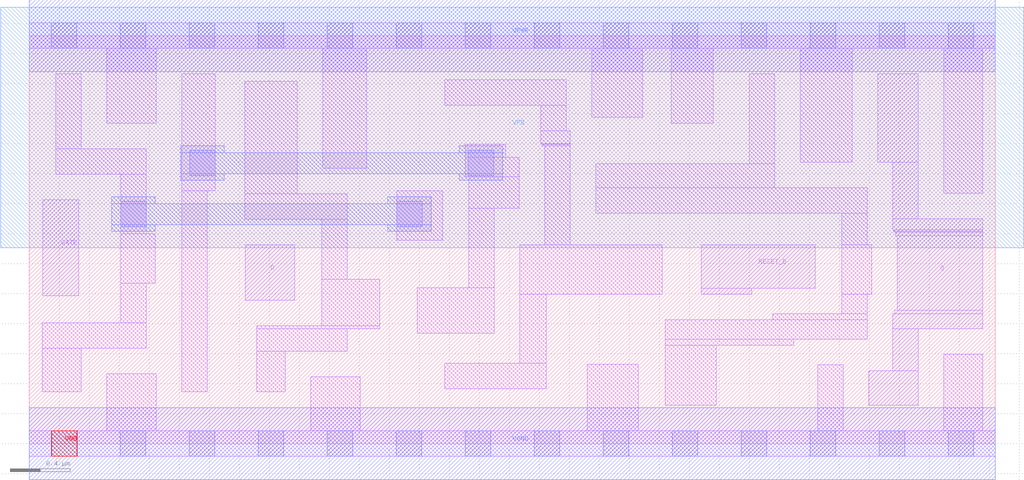
<source format=lef>
# Copyright 2020 The SkyWater PDK Authors
#
# Licensed under the Apache License, Version 2.0 (the "License");
# you may not use this file except in compliance with the License.
# You may obtain a copy of the License at
#
#     https://www.apache.org/licenses/LICENSE-2.0
#
# Unless required by applicable law or agreed to in writing, software
# distributed under the License is distributed on an "AS IS" BASIS,
# WITHOUT WARRANTIES OR CONDITIONS OF ANY KIND, either express or implied.
# See the License for the specific language governing permissions and
# limitations under the License.
#
# SPDX-License-Identifier: Apache-2.0

VERSION 5.7 ;
  NOWIREEXTENSIONATPIN ON ;
  DIVIDERCHAR "/" ;
  BUSBITCHARS "[]" ;
MACRO sky130_fd_sc_hd__dlrtp_2
  CLASS CORE ;
  FOREIGN sky130_fd_sc_hd__dlrtp_2 ;
  ORIGIN  0.000000  0.000000 ;
  SIZE  6.440000 BY  2.720000 ;
  SYMMETRY X Y R90 ;
  SITE unithd ;
  PIN D
    ANTENNAGATEAREA  0.159000 ;
    DIRECTION INPUT ;
    USE SIGNAL ;
    PORT
      LAYER li1 ;
        RECT 1.440000 0.955000 1.770000 1.325000 ;
    END
  END D
  PIN Q
    ANTENNADIFFAREA  0.480500 ;
    DIRECTION OUTPUT ;
    USE SIGNAL ;
    PORT
      LAYER li1 ;
        RECT 5.595000 0.255000 5.925000 0.485000 ;
        RECT 5.655000 1.875000 5.925000 2.465000 ;
        RECT 5.755000 0.485000 5.925000 0.765000 ;
        RECT 5.755000 0.765000 6.355000 0.865000 ;
        RECT 5.755000 1.425000 6.355000 1.500000 ;
        RECT 5.755000 1.500000 5.925000 1.875000 ;
        RECT 5.760000 1.415000 6.355000 1.425000 ;
        RECT 5.765000 1.410000 6.355000 1.415000 ;
        RECT 5.770000 0.865000 6.355000 0.890000 ;
        RECT 5.775000 1.385000 6.355000 1.410000 ;
        RECT 5.785000 0.890000 6.355000 1.385000 ;
    END
  END Q
  PIN RESET_B
    ANTENNAGATEAREA  0.247500 ;
    DIRECTION INPUT ;
    USE SIGNAL ;
    PORT
      LAYER li1 ;
        RECT 4.480000 0.995000 4.815000 1.035000 ;
        RECT 4.480000 1.035000 5.240000 1.325000 ;
    END
  END RESET_B
  PIN VNB
    PORT
      LAYER pwell ;
        RECT 0.150000 -0.085000 0.320000 0.085000 ;
    END
  END VNB
  PIN VPB
    PORT
      LAYER nwell ;
        RECT -0.190000 1.305000 6.630000 2.910000 ;
    END
  END VPB
  PIN GATE
    ANTENNAGATEAREA  0.159000 ;
    DIRECTION INPUT ;
    USE CLOCK ;
    PORT
      LAYER li1 ;
        RECT 0.090000 0.985000 0.330000 1.625000 ;
    END
  END GATE
  PIN VGND
    DIRECTION INOUT ;
    SHAPE ABUTMENT ;
    USE GROUND ;
    PORT
      LAYER met1 ;
        RECT 0.000000 -0.240000 6.440000 0.240000 ;
    END
  END VGND
  PIN VPWR
    DIRECTION INOUT ;
    SHAPE ABUTMENT ;
    USE POWER ;
    PORT
      LAYER met1 ;
        RECT 0.000000 2.480000 6.440000 2.960000 ;
    END
  END VPWR
  OBS
    LAYER li1 ;
      RECT 0.000000 -0.085000 6.440000 0.085000 ;
      RECT 0.000000  2.635000 6.440000 2.805000 ;
      RECT 0.085000  0.345000 0.345000 0.635000 ;
      RECT 0.085000  0.635000 0.780000 0.805000 ;
      RECT 0.175000  1.795000 0.780000 1.965000 ;
      RECT 0.175000  1.965000 0.345000 2.465000 ;
      RECT 0.515000  0.085000 0.845000 0.465000 ;
      RECT 0.515000  2.135000 0.845000 2.635000 ;
      RECT 0.610000  0.805000 0.780000 1.070000 ;
      RECT 0.610000  1.070000 0.840000 1.400000 ;
      RECT 0.610000  1.400000 0.780000 1.795000 ;
      RECT 1.015000  0.345000 1.185000 1.685000 ;
      RECT 1.015000  1.685000 1.240000 2.465000 ;
      RECT 1.435000  1.495000 2.120000 1.665000 ;
      RECT 1.435000  1.665000 1.785000 2.415000 ;
      RECT 1.515000  0.345000 1.705000 0.615000 ;
      RECT 1.515000  0.615000 2.120000 0.765000 ;
      RECT 1.515000  0.765000 2.335000 0.785000 ;
      RECT 1.875000  0.085000 2.205000 0.445000 ;
      RECT 1.950000  0.785000 2.335000 1.095000 ;
      RECT 1.950000  1.095000 2.120000 1.495000 ;
      RECT 1.955000  1.835000 2.250000 2.635000 ;
      RECT 2.450000  1.355000 2.755000 1.685000 ;
      RECT 2.585000  0.735000 3.100000 1.040000 ;
      RECT 2.770000  0.365000 3.445000 0.535000 ;
      RECT 2.770000  2.255000 3.580000 2.425000 ;
      RECT 2.905000  1.780000 3.265000 1.910000 ;
      RECT 2.905000  1.910000 3.175000 1.995000 ;
      RECT 2.930000  1.040000 3.100000 1.570000 ;
      RECT 2.930000  1.570000 3.265000 1.780000 ;
      RECT 3.270000  0.535000 3.445000 0.995000 ;
      RECT 3.270000  0.995000 4.220000 1.325000 ;
      RECT 3.410000  2.000000 3.605000 2.085000 ;
      RECT 3.410000  2.085000 3.580000 2.255000 ;
      RECT 3.415000  1.995000 3.605000 2.000000 ;
      RECT 3.420000  1.985000 3.605000 1.995000 ;
      RECT 3.435000  1.325000 3.605000 1.985000 ;
      RECT 3.720000  0.085000 4.060000 0.530000 ;
      RECT 3.750000  2.175000 4.090000 2.635000 ;
      RECT 3.775000  1.535000 5.585000 1.705000 ;
      RECT 3.775000  1.705000 4.970000 1.865000 ;
      RECT 4.240000  0.255000 4.580000 0.655000 ;
      RECT 4.240000  0.655000 5.095000 0.695000 ;
      RECT 4.240000  0.695000 5.585000 0.825000 ;
      RECT 4.280000  2.135000 4.560000 2.635000 ;
      RECT 4.800000  1.865000 4.970000 2.465000 ;
      RECT 4.955000  0.825000 5.585000 0.865000 ;
      RECT 5.140000  1.875000 5.485000 2.635000 ;
      RECT 5.255000  0.085000 5.425000 0.525000 ;
      RECT 5.415000  0.865000 5.585000 0.995000 ;
      RECT 5.415000  0.995000 5.615000 1.325000 ;
      RECT 5.415000  1.325000 5.585000 1.535000 ;
      RECT 6.095000  0.085000 6.355000 0.595000 ;
      RECT 6.095000  1.670000 6.355000 2.635000 ;
    LAYER mcon ;
      RECT 0.145000 -0.085000 0.315000 0.085000 ;
      RECT 0.145000  2.635000 0.315000 2.805000 ;
      RECT 0.605000 -0.085000 0.775000 0.085000 ;
      RECT 0.605000  2.635000 0.775000 2.805000 ;
      RECT 0.610000  1.445000 0.780000 1.615000 ;
      RECT 1.065000 -0.085000 1.235000 0.085000 ;
      RECT 1.065000  2.635000 1.235000 2.805000 ;
      RECT 1.070000  1.785000 1.240000 1.955000 ;
      RECT 1.525000 -0.085000 1.695000 0.085000 ;
      RECT 1.525000  2.635000 1.695000 2.805000 ;
      RECT 1.985000 -0.085000 2.155000 0.085000 ;
      RECT 1.985000  2.635000 2.155000 2.805000 ;
      RECT 2.445000 -0.085000 2.615000 0.085000 ;
      RECT 2.445000  2.635000 2.615000 2.805000 ;
      RECT 2.450000  1.445000 2.620000 1.615000 ;
      RECT 2.905000 -0.085000 3.075000 0.085000 ;
      RECT 2.905000  2.635000 3.075000 2.805000 ;
      RECT 2.925000  1.785000 3.095000 1.955000 ;
      RECT 3.365000 -0.085000 3.535000 0.085000 ;
      RECT 3.365000  2.635000 3.535000 2.805000 ;
      RECT 3.825000 -0.085000 3.995000 0.085000 ;
      RECT 3.825000  2.635000 3.995000 2.805000 ;
      RECT 4.285000 -0.085000 4.455000 0.085000 ;
      RECT 4.285000  2.635000 4.455000 2.805000 ;
      RECT 4.745000 -0.085000 4.915000 0.085000 ;
      RECT 4.745000  2.635000 4.915000 2.805000 ;
      RECT 5.205000 -0.085000 5.375000 0.085000 ;
      RECT 5.205000  2.635000 5.375000 2.805000 ;
      RECT 5.665000 -0.085000 5.835000 0.085000 ;
      RECT 5.665000  2.635000 5.835000 2.805000 ;
      RECT 6.125000 -0.085000 6.295000 0.085000 ;
      RECT 6.125000  2.635000 6.295000 2.805000 ;
    LAYER met1 ;
      RECT 0.550000 1.415000 0.840000 1.460000 ;
      RECT 0.550000 1.460000 2.680000 1.600000 ;
      RECT 0.550000 1.600000 0.840000 1.645000 ;
      RECT 1.010000 1.755000 1.300000 1.800000 ;
      RECT 1.010000 1.800000 3.155000 1.940000 ;
      RECT 1.010000 1.940000 1.300000 1.985000 ;
      RECT 2.390000 1.415000 2.680000 1.460000 ;
      RECT 2.390000 1.600000 2.680000 1.645000 ;
      RECT 2.865000 1.755000 3.155000 1.800000 ;
      RECT 2.865000 1.940000 3.155000 1.985000 ;
  END
END sky130_fd_sc_hd__dlrtp_2
END LIBRARY

</source>
